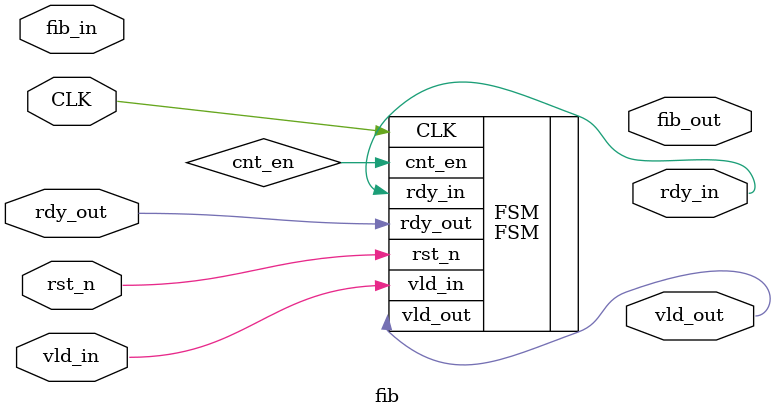
<source format=sv>
`timescale 1ps/1ps

module fib (
    input logic CLK,
    input logic rst_n,
    input logic fib_in,
    input logic vld_in,
    input logic rdy_out,
    output logic rdy_in,
    output logic vld_out,
    output logic fib_out
);

wire cnt_en;

FSM FSM(.CLK(CLK), 
        .rst_n(rst_n), 
        .vld_out(vld_out), 
        .rdy_in(rdy_in), 
        .cnt_en(cnt_en),
        .vld_in(vld_in),
        .rdy_out(rdy_out));

always_ff @( CLK ) begin
    if (rst_n == 0) begin
        
    end
end

    
endmodule
</source>
